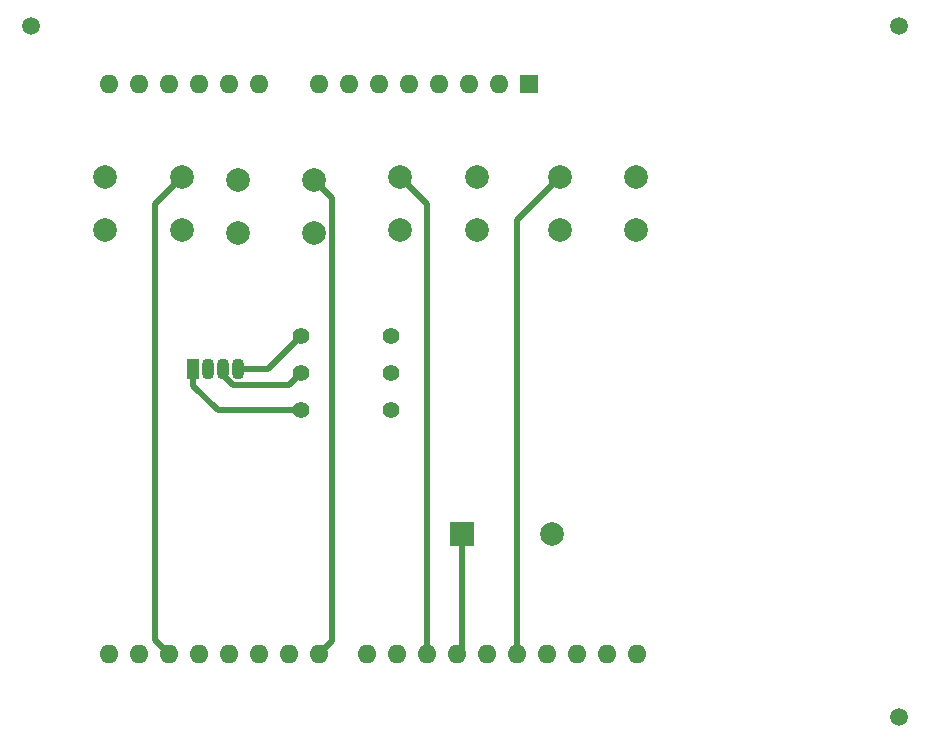
<source format=gbr>
%TF.GenerationSoftware,KiCad,Pcbnew,9.0.2*%
%TF.CreationDate,2025-07-07T10:10:20-04:00*%
%TF.ProjectId,jukebox,6a756b65-626f-4782-9e6b-696361645f70,rev?*%
%TF.SameCoordinates,Original*%
%TF.FileFunction,Copper,L1,Top*%
%TF.FilePolarity,Positive*%
%FSLAX46Y46*%
G04 Gerber Fmt 4.6, Leading zero omitted, Abs format (unit mm)*
G04 Created by KiCad (PCBNEW 9.0.2) date 2025-07-07 10:10:20*
%MOMM*%
%LPD*%
G01*
G04 APERTURE LIST*
%TA.AperFunction,ComponentPad*%
%ADD10O,1.600000X1.600000*%
%TD*%
%TA.AperFunction,ComponentPad*%
%ADD11R,1.600000X1.600000*%
%TD*%
%TA.AperFunction,ComponentPad*%
%ADD12C,2.000000*%
%TD*%
%TA.AperFunction,ComponentPad*%
%ADD13C,1.400000*%
%TD*%
%TA.AperFunction,SMDPad,CuDef*%
%ADD14C,1.500000*%
%TD*%
%TA.AperFunction,ComponentPad*%
%ADD15R,2.000000X2.000000*%
%TD*%
%TA.AperFunction,ComponentPad*%
%ADD16R,1.070000X1.800000*%
%TD*%
%TA.AperFunction,ComponentPad*%
%ADD17O,1.070000X1.800000*%
%TD*%
%TA.AperFunction,Conductor*%
%ADD18C,0.500000*%
%TD*%
G04 APERTURE END LIST*
D10*
%TO.P,A1,32,SCL/A5*%
%TO.N,unconnected-(A1-SCL{slash}A5-Pad32)*%
X148315000Y-89130000D03*
%TO.P,A1,31,SDA/A4*%
%TO.N,unconnected-(A1-SDA{slash}A4-Pad31)*%
X145775000Y-89130000D03*
%TO.P,A1,30,AREF*%
%TO.N,unconnected-(A1-AREF-Pad30)*%
X143235000Y-89130000D03*
%TO.P,A1,29,GND*%
%TO.N,/GND*%
X140695000Y-89130000D03*
%TO.P,A1,28,D13*%
%TO.N,/D13*%
X138155000Y-89130000D03*
%TO.P,A1,27,D12*%
%TO.N,unconnected-(A1-D12-Pad27)*%
X135615000Y-89130000D03*
%TO.P,A1,26,D11*%
%TO.N,/D11*%
X133075000Y-89130000D03*
%TO.P,A1,25,D10*%
%TO.N,/D10*%
X130535000Y-89130000D03*
%TO.P,A1,24,D9*%
%TO.N,unconnected-(A1-D9-Pad24)*%
X127995000Y-89130000D03*
%TO.P,A1,23,D8*%
%TO.N,unconnected-(A1-D8-Pad23)*%
X125455000Y-89130000D03*
%TO.P,A1,22,D7*%
%TO.N,Net-(A1-A1)*%
X121395000Y-89130000D03*
%TO.P,A1,21,D6*%
%TO.N,/D6*%
X118855000Y-89130000D03*
%TO.P,A1,20,D5*%
%TO.N,/D5*%
X116315000Y-89130000D03*
%TO.P,A1,19,D4*%
%TO.N,unconnected-(A1-D4-Pad19)*%
X113775000Y-89130000D03*
%TO.P,A1,18,D3*%
%TO.N,/D3*%
X111235000Y-89130000D03*
%TO.P,A1,17,D2*%
%TO.N,/D2*%
X108695000Y-89130000D03*
%TO.P,A1,16,D1/TX*%
%TO.N,unconnected-(A1-D1{slash}TX-Pad16)*%
X106155000Y-89130000D03*
%TO.P,A1,15,D0/RX*%
%TO.N,unconnected-(A1-D0{slash}RX-Pad15)*%
X103615000Y-89130000D03*
%TO.P,A1,14,SCL/A5*%
%TO.N,unconnected-(A1-SCL{slash}A5-Pad14)*%
X103615000Y-40870000D03*
%TO.P,A1,13,SDA/A4*%
%TO.N,unconnected-(A1-SDA{slash}A4-Pad13)*%
X106155000Y-40870000D03*
%TO.P,A1,12,A3*%
%TO.N,unconnected-(A1-A3-Pad12)*%
X108695000Y-40870000D03*
%TO.P,A1,11,A2*%
%TO.N,unconnected-(A1-A2-Pad11)*%
X111235000Y-40870000D03*
%TO.P,A1,10,A1*%
%TO.N,Net-(A1-A1)*%
X113775000Y-40870000D03*
%TO.P,A1,9,A0*%
%TO.N,unconnected-(A1-A0-Pad9)*%
X116315000Y-40870000D03*
%TO.P,A1,8,VIN*%
%TO.N,unconnected-(A1-VIN-Pad8)*%
X121395000Y-40870000D03*
%TO.P,A1,7,GND*%
%TO.N,/GND*%
X123935000Y-40870000D03*
%TO.P,A1,6,GND*%
X126475000Y-40870000D03*
%TO.P,A1,5,+5V*%
%TO.N,/VDD*%
X129015000Y-40870000D03*
%TO.P,A1,4,3V3*%
%TO.N,unconnected-(A1-3V3-Pad4)*%
X131555000Y-40870000D03*
%TO.P,A1,3,~{RESET}*%
%TO.N,unconnected-(A1-~{RESET}-Pad3)*%
X134095000Y-40870000D03*
%TO.P,A1,2,IOREF*%
%TO.N,unconnected-(A1-IOREF-Pad2)*%
X136635000Y-40870000D03*
D11*
%TO.P,A1,1,NC*%
%TO.N,unconnected-(A1-NC-Pad1)*%
X139175000Y-40870000D03*
%TD*%
D12*
%TO.P,SW3,1,1*%
%TO.N,/D7*%
X114500000Y-49000000D03*
X121000000Y-49000000D03*
%TO.P,SW3,2,2*%
%TO.N,/GND*%
X114500000Y-53500000D03*
X121000000Y-53500000D03*
%TD*%
%TO.P,SW2,1,1*%
%TO.N,/D10*%
X128250000Y-48750000D03*
X134750000Y-48750000D03*
%TO.P,SW2,2,2*%
%TO.N,/GND*%
X128250000Y-53250000D03*
X134750000Y-53250000D03*
%TD*%
%TO.P,SW4,1,1*%
%TO.N,/D2*%
X103250000Y-48750000D03*
X109750000Y-48750000D03*
%TO.P,SW4,2,2*%
%TO.N,/GND*%
X103250000Y-53250000D03*
X109750000Y-53250000D03*
%TD*%
D13*
%TO.P,R4,1*%
%TO.N,/D6*%
X127500000Y-68500000D03*
%TO.P,R4,2*%
%TO.N,Net-(D1-RA)*%
X119880000Y-68500000D03*
%TD*%
%TO.P,R6,1*%
%TO.N,/D3*%
X127500000Y-62200000D03*
%TO.P,R6,2*%
%TO.N,Net-(D1-BA)*%
X119880000Y-62200000D03*
%TD*%
%TO.P,R5,1*%
%TO.N,/D5*%
X127500000Y-65350000D03*
%TO.P,R5,2*%
%TO.N,Net-(D1-GA)*%
X119880000Y-65350000D03*
%TD*%
D14*
%TO.P,REF\u002A\u002A,*%
%TO.N,*%
X170500000Y-94500000D03*
%TD*%
%TO.P,REF\u002A\u002A,*%
%TO.N,*%
X97000000Y-36000000D03*
%TD*%
D15*
%TO.P,BZ1,1,+*%
%TO.N,/D11*%
X133500000Y-79000000D03*
D12*
%TO.P,BZ1,2,-*%
%TO.N,/GND*%
X141100000Y-79000000D03*
%TD*%
%TO.P,SW1,1,1*%
%TO.N,/D13*%
X141750000Y-48750000D03*
X148250000Y-48750000D03*
%TO.P,SW1,2,2*%
%TO.N,/GND*%
X141750000Y-53250000D03*
X148250000Y-53250000D03*
%TD*%
D16*
%TO.P,D1,1,RA*%
%TO.N,Net-(D1-RA)*%
X110730000Y-65000000D03*
D17*
%TO.P,D1,2,K*%
%TO.N,/GND*%
X112000000Y-65000000D03*
%TO.P,D1,3,GA*%
%TO.N,Net-(D1-GA)*%
X113270000Y-65000000D03*
%TO.P,D1,4,BA*%
%TO.N,Net-(D1-BA)*%
X114540000Y-65000000D03*
%TD*%
D14*
%TO.P,REF\u002A\u002A,*%
%TO.N,*%
X170500000Y-36000000D03*
%TD*%
D18*
%TO.N,/D10*%
X130535000Y-51035000D02*
X130535000Y-89130000D01*
X128250000Y-48750000D02*
X130535000Y-51035000D01*
%TO.N,/D11*%
X133500000Y-88705000D02*
X133075000Y-89130000D01*
X133500000Y-79000000D02*
X133500000Y-88705000D01*
%TO.N,/D13*%
X141750000Y-48750000D02*
X138155000Y-52345000D01*
X138155000Y-52345000D02*
X138155000Y-89130000D01*
%TO.N,/D7*%
X122500000Y-88025000D02*
X121395000Y-89130000D01*
X121000000Y-49000000D02*
X122500000Y-50500000D01*
X122500000Y-50500000D02*
X122500000Y-88025000D01*
%TO.N,Net-(D1-GA)*%
X113270000Y-65000000D02*
X113270000Y-65489415D01*
X118879000Y-66351000D02*
X119880000Y-65350000D01*
X114131585Y-66351000D02*
X118879000Y-66351000D01*
X113270000Y-65489415D02*
X114131585Y-66351000D01*
%TO.N,Net-(D1-BA)*%
X114540000Y-65000000D02*
X117080000Y-65000000D01*
X117080000Y-65000000D02*
X119880000Y-62200000D01*
%TO.N,Net-(D1-RA)*%
X110730000Y-66400000D02*
X112830000Y-68500000D01*
X112830000Y-68500000D02*
X119880000Y-68500000D01*
X110730000Y-65000000D02*
X110730000Y-66400000D01*
%TO.N,/D2*%
X107500000Y-51000000D02*
X107500000Y-87935000D01*
X109750000Y-48750000D02*
X107500000Y-51000000D01*
X107500000Y-87935000D02*
X108695000Y-89130000D01*
%TD*%
M02*

</source>
